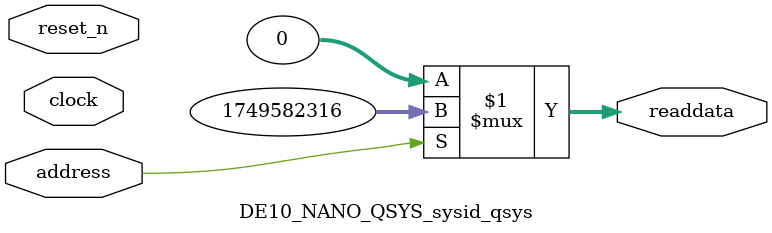
<source format=v>



// synthesis translate_off
`timescale 1ns / 1ps
// synthesis translate_on

// turn off superfluous verilog processor warnings 
// altera message_level Level1 
// altera message_off 10034 10035 10036 10037 10230 10240 10030 

module DE10_NANO_QSYS_sysid_qsys (
               // inputs:
                address,
                clock,
                reset_n,

               // outputs:
                readdata
             )
;

  output  [ 31: 0] readdata;
  input            address;
  input            clock;
  input            reset_n;

  wire    [ 31: 0] readdata;
  //control_slave, which is an e_avalon_slave
  assign readdata = address ? 1749582316 : 0;

endmodule



</source>
